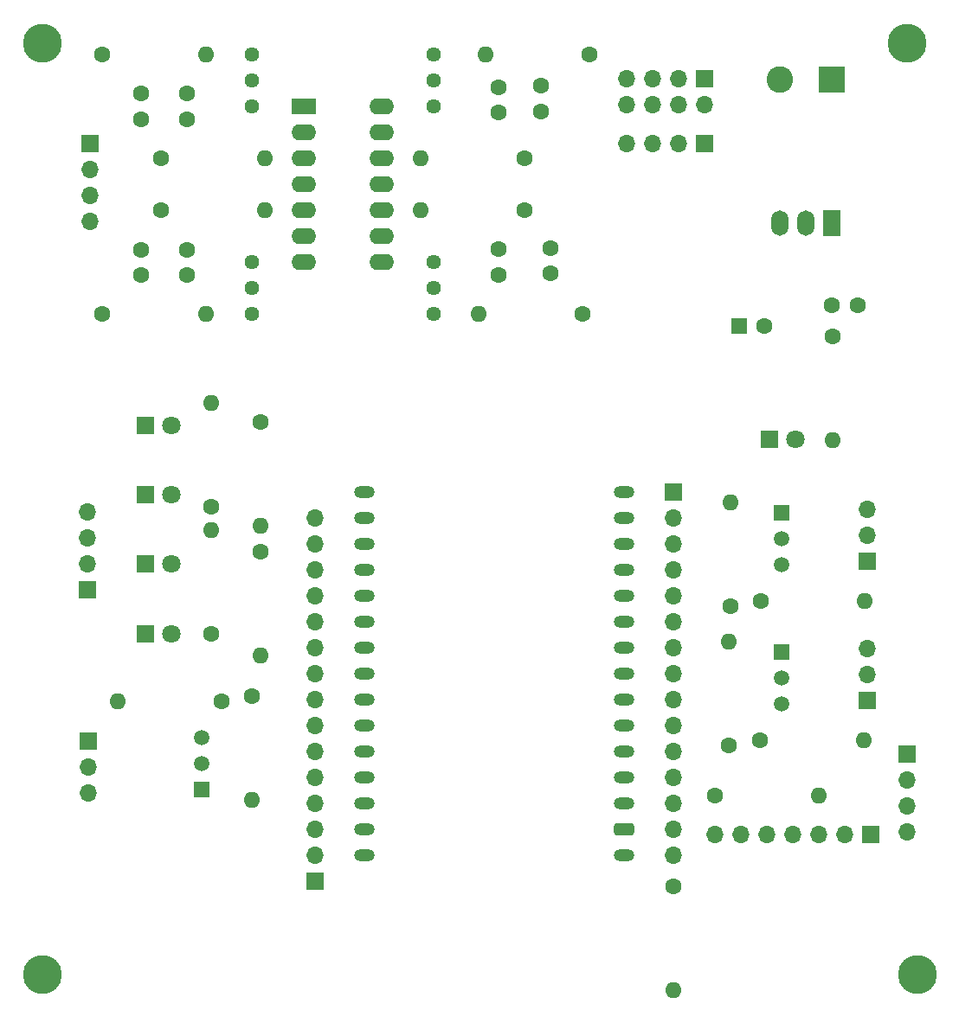
<source format=gbr>
%TF.GenerationSoftware,KiCad,Pcbnew,(6.0.6)*%
%TF.CreationDate,2022-09-23T16:22:25-07:00*%
%TF.ProjectId,SCRAPPY_PCB,53435241-5050-4595-9f50-43422e6b6963,R-0*%
%TF.SameCoordinates,Original*%
%TF.FileFunction,Soldermask,Bot*%
%TF.FilePolarity,Negative*%
%FSLAX46Y46*%
G04 Gerber Fmt 4.6, Leading zero omitted, Abs format (unit mm)*
G04 Created by KiCad (PCBNEW (6.0.6)) date 2022-09-23 16:22:25*
%MOMM*%
%LPD*%
G01*
G04 APERTURE LIST*
G04 Aperture macros list*
%AMRoundRect*
0 Rectangle with rounded corners*
0 $1 Rounding radius*
0 $2 $3 $4 $5 $6 $7 $8 $9 X,Y pos of 4 corners*
0 Add a 4 corners polygon primitive as box body*
4,1,4,$2,$3,$4,$5,$6,$7,$8,$9,$2,$3,0*
0 Add four circle primitives for the rounded corners*
1,1,$1+$1,$2,$3*
1,1,$1+$1,$4,$5*
1,1,$1+$1,$6,$7*
1,1,$1+$1,$8,$9*
0 Add four rect primitives between the rounded corners*
20,1,$1+$1,$2,$3,$4,$5,0*
20,1,$1+$1,$4,$5,$6,$7,0*
20,1,$1+$1,$6,$7,$8,$9,0*
20,1,$1+$1,$8,$9,$2,$3,0*%
G04 Aperture macros list end*
%ADD10R,1.700000X1.700000*%
%ADD11O,1.700000X1.700000*%
%ADD12R,2.400000X1.600000*%
%ADD13O,2.400000X1.600000*%
%ADD14C,1.600000*%
%ADD15O,1.600000X1.600000*%
%ADD16R,1.500000X1.500000*%
%ADD17C,1.500000*%
%ADD18O,2.000000X1.200000*%
%ADD19RoundRect,0.300000X-0.700000X0.300000X-0.700000X-0.300000X0.700000X-0.300000X0.700000X0.300000X0*%
%ADD20R,1.800000X1.800000*%
%ADD21C,1.800000*%
%ADD22R,1.700000X2.500000*%
%ADD23O,1.700000X2.500000*%
%ADD24C,3.800000*%
%ADD25C,1.440000*%
%ADD26R,1.600000X1.600000*%
%ADD27R,2.600000X2.600000*%
%ADD28C,2.600000*%
G04 APERTURE END LIST*
D10*
%TO.C,J11*%
X135940800Y-121904600D03*
D11*
X135940800Y-124444600D03*
X135940800Y-126984600D03*
X135940800Y-129524600D03*
%TD*%
D12*
%TO.C,U1*%
X76878300Y-58483700D03*
D13*
X76878300Y-61023700D03*
X76878300Y-63563700D03*
X76878300Y-66103700D03*
X76878300Y-68643700D03*
X76878300Y-71183700D03*
X76878300Y-73723700D03*
X84498300Y-73723700D03*
X84498300Y-71183700D03*
X84498300Y-68643700D03*
X84498300Y-66103700D03*
X84498300Y-63563700D03*
X84498300Y-61023700D03*
X84498300Y-58483700D03*
%TD*%
D14*
%TO.C,C3*%
X100119300Y-56451700D03*
X100119300Y-58951700D03*
%TD*%
%TO.C,R8*%
X98468300Y-63563700D03*
D15*
X88308300Y-63563700D03*
%TD*%
D16*
%TO.C,Q3*%
X66929000Y-125349000D03*
D17*
X66929000Y-122809000D03*
X66929000Y-120269000D03*
%TD*%
D14*
%TO.C,R4*%
X57193300Y-78803700D03*
D15*
X67353300Y-78803700D03*
%TD*%
D10*
%TO.C,J5*%
X55753000Y-105791000D03*
D11*
X55753000Y-103251000D03*
X55753000Y-100711000D03*
X55753000Y-98171000D03*
%TD*%
D14*
%TO.C,R18*%
X118664400Y-107442000D03*
D15*
X118664400Y-97282000D03*
%TD*%
D18*
%TO.C,U3*%
X82826000Y-96234000D03*
X82802320Y-98774000D03*
X82802320Y-101314000D03*
X82802320Y-103854000D03*
X82802320Y-106394000D03*
X82802320Y-108934000D03*
X82802320Y-111474000D03*
X82802320Y-114014000D03*
X82802320Y-116554000D03*
X82802320Y-119094000D03*
X82802320Y-121634000D03*
X82806000Y-124174000D03*
X82806000Y-126714000D03*
X82806000Y-129256720D03*
X82806000Y-131796720D03*
X108202320Y-131794000D03*
D19*
X108206000Y-129254000D03*
D18*
X108206000Y-126716720D03*
X108206000Y-124176720D03*
X108206000Y-121634000D03*
X108206000Y-119094000D03*
X108206000Y-116554000D03*
X108206000Y-114014000D03*
X108206000Y-111474000D03*
X108206000Y-108934000D03*
X108202320Y-106394000D03*
X108202320Y-103854000D03*
X108202320Y-101314000D03*
X108202320Y-98774000D03*
X108202320Y-96234000D03*
%TD*%
D20*
%TO.C,D1*%
X61386800Y-89738200D03*
D21*
X63926800Y-89738200D03*
%TD*%
D14*
%TO.C,C5*%
X61003300Y-74993700D03*
X61003300Y-72493700D03*
%TD*%
%TO.C,C4*%
X95928300Y-56598700D03*
X95928300Y-59098700D03*
%TD*%
%TO.C,R14*%
X117094000Y-125984000D03*
D15*
X127254000Y-125984000D03*
%TD*%
D20*
%TO.C,D2*%
X61386800Y-110134400D03*
D21*
X63926800Y-110134400D03*
%TD*%
D22*
%TO.C,U2*%
X128557700Y-69893500D03*
D23*
X126017700Y-69893500D03*
X123477700Y-69893500D03*
%TD*%
D14*
%TO.C,R13*%
X113030000Y-134874000D03*
D15*
X113030000Y-145034000D03*
%TD*%
D24*
%TO.C,H3*%
X51308000Y-143510000D03*
%TD*%
D10*
%TO.C,J10*%
X131978400Y-116636800D03*
D11*
X131978400Y-114096800D03*
X131978400Y-111556800D03*
%TD*%
D14*
%TO.C,R9*%
X67818000Y-97663000D03*
D15*
X67818000Y-87503000D03*
%TD*%
D24*
%TO.C,H2*%
X135890000Y-52324000D03*
%TD*%
D25*
%TO.C,RV4*%
X89578300Y-78803700D03*
X89578300Y-76263700D03*
X89578300Y-73723700D03*
%TD*%
D10*
%TO.C,J2*%
X116118800Y-62077600D03*
D11*
X113578800Y-62077600D03*
X111038800Y-62077600D03*
X108498800Y-62077600D03*
%TD*%
D16*
%TO.C,Q1*%
X123592000Y-111861600D03*
D17*
X123592000Y-114401600D03*
X123592000Y-116941600D03*
%TD*%
D20*
%TO.C,D3*%
X61391800Y-96494600D03*
D21*
X63931800Y-96494600D03*
%TD*%
D14*
%TO.C,R15*%
X71776000Y-116255800D03*
D15*
X71776000Y-126415800D03*
%TD*%
D14*
%TO.C,R1*%
X57193300Y-53403700D03*
D15*
X67353300Y-53403700D03*
%TD*%
D10*
%TO.C,J7*%
X131978400Y-103022400D03*
D11*
X131978400Y-100482400D03*
X131978400Y-97942400D03*
%TD*%
D14*
%TO.C,R20*%
X118470000Y-121031000D03*
D15*
X118470000Y-110871000D03*
%TD*%
D14*
%TO.C,R11*%
X72644000Y-102108000D03*
D15*
X72644000Y-112268000D03*
%TD*%
D14*
%TO.C,R21*%
X128625600Y-80975200D03*
D15*
X128625600Y-91135200D03*
%TD*%
D14*
%TO.C,R3*%
X62908300Y-63563700D03*
D15*
X73068300Y-63563700D03*
%TD*%
D25*
%TO.C,RV2*%
X89578300Y-53393700D03*
X89578300Y-55933700D03*
X89578300Y-58473700D03*
%TD*%
D14*
%TO.C,C2*%
X65448300Y-57213700D03*
X65448300Y-59713700D03*
%TD*%
D10*
%TO.C,DISP1*%
X132339000Y-129737000D03*
D11*
X129799000Y-129737000D03*
X127259000Y-129737000D03*
X124719000Y-129737000D03*
X122179000Y-129737000D03*
X119639000Y-129737000D03*
X117099000Y-129737000D03*
%TD*%
D26*
%TO.C,C10*%
X119467621Y-80010000D03*
D14*
X121967621Y-80010000D03*
%TD*%
D10*
%TO.C,J6*%
X113030000Y-96266000D03*
D11*
X113030000Y-98806000D03*
X113030000Y-101346000D03*
X113030000Y-103886000D03*
X113030000Y-106426000D03*
X113030000Y-108966000D03*
X113030000Y-111506000D03*
X113030000Y-114046000D03*
X113030000Y-116586000D03*
X113030000Y-119126000D03*
X113030000Y-121666000D03*
X113030000Y-124206000D03*
X113030000Y-126746000D03*
X113030000Y-129286000D03*
X113030000Y-131826000D03*
%TD*%
D14*
%TO.C,R19*%
X121518000Y-120523000D03*
D15*
X131678000Y-120523000D03*
%TD*%
D25*
%TO.C,RV3*%
X71798300Y-78803700D03*
X71798300Y-76263700D03*
X71798300Y-73723700D03*
%TD*%
D27*
%TO.C,J4*%
X128524000Y-55829000D03*
D28*
X123444000Y-55829000D03*
%TD*%
D14*
%TO.C,C6*%
X65448300Y-74993700D03*
X65448300Y-72493700D03*
%TD*%
D10*
%TO.C,J3*%
X116118800Y-55722600D03*
D11*
X116118800Y-58262600D03*
X113578800Y-55722600D03*
X113578800Y-58262600D03*
X111038800Y-55722600D03*
X111038800Y-58262600D03*
X108498800Y-55722600D03*
X108498800Y-58262600D03*
%TD*%
D24*
%TO.C,H1*%
X51308000Y-52324000D03*
%TD*%
D10*
%TO.C,J1*%
X55938700Y-62146300D03*
D11*
X55938700Y-64686300D03*
X55938700Y-67226300D03*
X55938700Y-69766300D03*
%TD*%
D14*
%TO.C,R10*%
X72644000Y-89408000D03*
D15*
X72644000Y-99568000D03*
%TD*%
D14*
%TO.C,R2*%
X104818300Y-53403700D03*
D15*
X94658300Y-53403700D03*
%TD*%
D14*
%TO.C,R6*%
X104183300Y-78803700D03*
D15*
X94023300Y-78803700D03*
%TD*%
D14*
%TO.C,R16*%
X68855000Y-116763800D03*
D15*
X58695000Y-116763800D03*
%TD*%
D14*
%TO.C,R7*%
X98468300Y-68643700D03*
D15*
X88308300Y-68643700D03*
%TD*%
D20*
%TO.C,D4*%
X61386800Y-103301800D03*
D21*
X63926800Y-103301800D03*
%TD*%
D14*
%TO.C,C1*%
X61003300Y-57233700D03*
X61003300Y-59733700D03*
%TD*%
D24*
%TO.C,H4*%
X136906000Y-143510000D03*
%TD*%
D14*
%TO.C,R17*%
X121610800Y-106934000D03*
D15*
X131770800Y-106934000D03*
%TD*%
D10*
%TO.C,J9*%
X77953000Y-134336000D03*
D11*
X77953000Y-131796000D03*
X77953000Y-129256000D03*
X77953000Y-126716000D03*
X77953000Y-124176000D03*
X77953000Y-121636000D03*
X77953000Y-119096000D03*
X77953000Y-116556000D03*
X77953000Y-114016000D03*
X77953000Y-111476000D03*
X77953000Y-108936000D03*
X77953000Y-106396000D03*
X77953000Y-103856000D03*
X77953000Y-101316000D03*
X77953000Y-98776000D03*
%TD*%
D14*
%TO.C,C9*%
X131064000Y-77978000D03*
X128564000Y-77978000D03*
%TD*%
D16*
%TO.C,Q2*%
X123592000Y-98298000D03*
D17*
X123592000Y-100838000D03*
X123592000Y-103378000D03*
%TD*%
D25*
%TO.C,RV1*%
X71798300Y-53403700D03*
X71798300Y-55943700D03*
X71798300Y-58483700D03*
%TD*%
D20*
%TO.C,D5*%
X122478800Y-91084400D03*
D21*
X125018800Y-91084400D03*
%TD*%
D14*
%TO.C,C7*%
X95928300Y-74973700D03*
X95928300Y-72473700D03*
%TD*%
%TO.C,C8*%
X101049100Y-74826300D03*
X101049100Y-72326300D03*
%TD*%
%TO.C,R5*%
X62908300Y-68643700D03*
D15*
X73068300Y-68643700D03*
%TD*%
D10*
%TO.C,J8*%
X55801600Y-120599200D03*
D11*
X55801600Y-123139200D03*
X55801600Y-125679200D03*
%TD*%
D14*
%TO.C,R12*%
X67818000Y-110109000D03*
D15*
X67818000Y-99949000D03*
%TD*%
M02*

</source>
